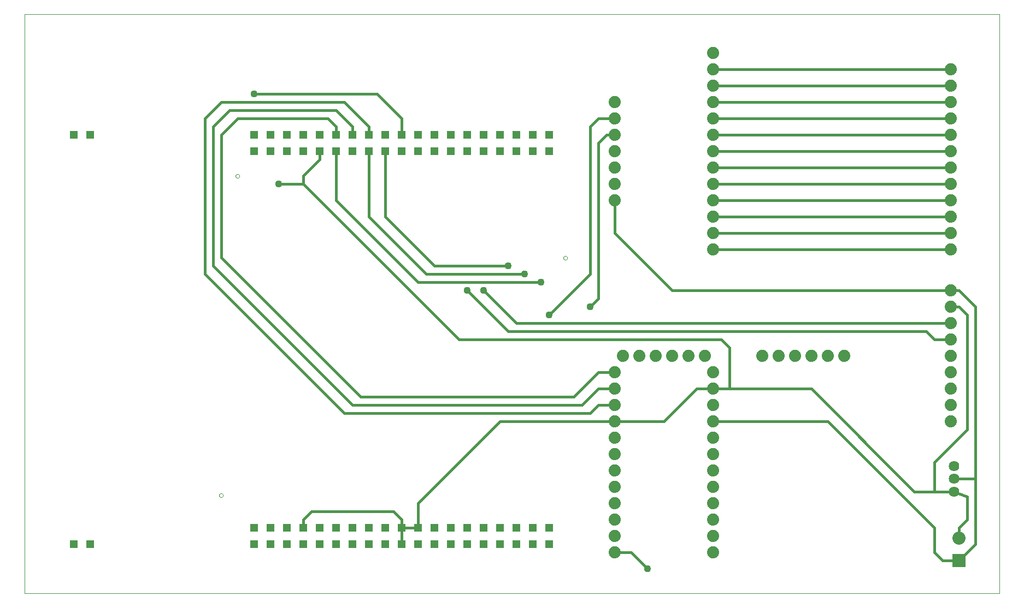
<source format=gtl>
G75*
G70*
%OFA0B0*%
%FSLAX24Y24*%
%IPPOS*%
%LPD*%
%AMOC8*
5,1,8,0,0,1.08239X$1,22.5*
%
%ADD10C,0.0000*%
%ADD11R,0.0515X0.0515*%
%ADD12C,0.0740*%
%ADD13C,0.0640*%
%ADD14R,0.0800X0.0800*%
%ADD15C,0.0800*%
%ADD16C,0.0160*%
%ADD17C,0.0436*%
D10*
X000100Y000100D02*
X000100Y035470D01*
X059592Y035470D01*
X059592Y000100D01*
X000100Y000100D01*
X011982Y006100D02*
X011984Y006121D01*
X011990Y006141D01*
X011999Y006161D01*
X012011Y006178D01*
X012026Y006192D01*
X012044Y006204D01*
X012064Y006212D01*
X012084Y006217D01*
X012105Y006218D01*
X012126Y006215D01*
X012146Y006209D01*
X012165Y006198D01*
X012182Y006185D01*
X012195Y006169D01*
X012206Y006151D01*
X012214Y006131D01*
X012218Y006111D01*
X012218Y006089D01*
X012214Y006069D01*
X012206Y006049D01*
X012195Y006031D01*
X012182Y006015D01*
X012165Y006002D01*
X012146Y005991D01*
X012126Y005985D01*
X012105Y005982D01*
X012084Y005983D01*
X012064Y005988D01*
X012044Y005996D01*
X012026Y006008D01*
X012011Y006022D01*
X011999Y006039D01*
X011990Y006059D01*
X011984Y006079D01*
X011982Y006100D01*
X032982Y020600D02*
X032984Y020621D01*
X032990Y020641D01*
X032999Y020661D01*
X033011Y020678D01*
X033026Y020692D01*
X033044Y020704D01*
X033064Y020712D01*
X033084Y020717D01*
X033105Y020718D01*
X033126Y020715D01*
X033146Y020709D01*
X033165Y020698D01*
X033182Y020685D01*
X033195Y020669D01*
X033206Y020651D01*
X033214Y020631D01*
X033218Y020611D01*
X033218Y020589D01*
X033214Y020569D01*
X033206Y020549D01*
X033195Y020531D01*
X033182Y020515D01*
X033165Y020502D01*
X033146Y020491D01*
X033126Y020485D01*
X033105Y020482D01*
X033084Y020483D01*
X033064Y020488D01*
X033044Y020496D01*
X033026Y020508D01*
X033011Y020522D01*
X032999Y020539D01*
X032990Y020559D01*
X032984Y020579D01*
X032982Y020600D01*
X012982Y025600D02*
X012984Y025621D01*
X012990Y025641D01*
X012999Y025661D01*
X013011Y025678D01*
X013026Y025692D01*
X013044Y025704D01*
X013064Y025712D01*
X013084Y025717D01*
X013105Y025718D01*
X013126Y025715D01*
X013146Y025709D01*
X013165Y025698D01*
X013182Y025685D01*
X013195Y025669D01*
X013206Y025651D01*
X013214Y025631D01*
X013218Y025611D01*
X013218Y025589D01*
X013214Y025569D01*
X013206Y025549D01*
X013195Y025531D01*
X013182Y025515D01*
X013165Y025502D01*
X013146Y025491D01*
X013126Y025485D01*
X013105Y025482D01*
X013084Y025483D01*
X013064Y025488D01*
X013044Y025496D01*
X013026Y025508D01*
X013011Y025522D01*
X012999Y025539D01*
X012990Y025559D01*
X012984Y025579D01*
X012982Y025600D01*
D11*
X014100Y027100D03*
X014100Y028100D03*
X015100Y028100D03*
X016100Y028100D03*
X016100Y027100D03*
X015100Y027100D03*
X017100Y027100D03*
X017100Y028100D03*
X018100Y028100D03*
X019100Y028100D03*
X019100Y027100D03*
X018100Y027100D03*
X020100Y027100D03*
X020100Y028100D03*
X021100Y028100D03*
X021100Y027100D03*
X022100Y027100D03*
X023100Y027100D03*
X023100Y028100D03*
X022100Y028100D03*
X024100Y028100D03*
X024100Y027100D03*
X025100Y027100D03*
X026100Y027100D03*
X026100Y028100D03*
X025100Y028100D03*
X027100Y028100D03*
X027100Y027100D03*
X028100Y027100D03*
X029100Y027100D03*
X029100Y028100D03*
X028100Y028100D03*
X030100Y028100D03*
X030100Y027100D03*
X031100Y027100D03*
X032100Y027100D03*
X032100Y028100D03*
X031100Y028100D03*
X004100Y028100D03*
X003100Y028100D03*
X014100Y004100D03*
X015100Y004100D03*
X016100Y004100D03*
X017100Y004100D03*
X018100Y004100D03*
X019100Y004100D03*
X020100Y004100D03*
X021100Y004100D03*
X022100Y004100D03*
X023100Y004100D03*
X024100Y004100D03*
X025100Y004100D03*
X026100Y004100D03*
X027100Y004100D03*
X028100Y004100D03*
X029100Y004100D03*
X030100Y004100D03*
X031100Y004100D03*
X032100Y004100D03*
X032100Y003100D03*
X031100Y003100D03*
X030100Y003100D03*
X029100Y003100D03*
X028100Y003100D03*
X027100Y003100D03*
X026100Y003100D03*
X025100Y003100D03*
X024100Y003100D03*
X023100Y003100D03*
X022100Y003100D03*
X021100Y003100D03*
X020100Y003100D03*
X019100Y003100D03*
X018100Y003100D03*
X017100Y003100D03*
X016100Y003100D03*
X015100Y003100D03*
X014100Y003100D03*
X004100Y003100D03*
X003100Y003100D03*
D12*
X036100Y002600D03*
X036100Y003600D03*
X036100Y004600D03*
X036100Y005600D03*
X036100Y006600D03*
X036100Y007600D03*
X036100Y008600D03*
X036100Y009600D03*
X036100Y010600D03*
X036100Y011600D03*
X036100Y012600D03*
X036100Y013600D03*
X036600Y014600D03*
X037600Y014600D03*
X038600Y014600D03*
X039600Y014600D03*
X040600Y014600D03*
X041600Y014600D03*
X042100Y013600D03*
X042100Y012600D03*
X042100Y011600D03*
X042100Y010600D03*
X042100Y009600D03*
X042100Y008600D03*
X042100Y007600D03*
X042100Y006600D03*
X042100Y005600D03*
X042100Y004600D03*
X042100Y003600D03*
X042100Y002600D03*
X056600Y010600D03*
X056600Y011600D03*
X056600Y012600D03*
X056600Y013600D03*
X056600Y014600D03*
X056600Y015600D03*
X056600Y016600D03*
X056600Y017600D03*
X056600Y018600D03*
X056600Y021100D03*
X056600Y022100D03*
X056600Y023100D03*
X056600Y024100D03*
X056600Y025100D03*
X056600Y026100D03*
X056600Y027100D03*
X056600Y028100D03*
X056600Y029100D03*
X056600Y030100D03*
X056600Y031100D03*
X056600Y032100D03*
X042100Y032100D03*
X042100Y031100D03*
X042100Y030100D03*
X042100Y029100D03*
X042100Y028100D03*
X042100Y027100D03*
X042100Y026100D03*
X042100Y025100D03*
X042100Y024100D03*
X042100Y023100D03*
X042100Y022100D03*
X042100Y021100D03*
X036100Y024100D03*
X036100Y025100D03*
X036100Y026100D03*
X036100Y027100D03*
X036100Y028100D03*
X036100Y029100D03*
X036100Y030100D03*
X042100Y033100D03*
X045100Y014600D03*
X046100Y014600D03*
X047100Y014600D03*
X048100Y014600D03*
X049100Y014600D03*
X050100Y014600D03*
D13*
X056817Y007887D03*
X056817Y007100D03*
X056817Y006313D03*
D14*
X057100Y002100D03*
D15*
X057100Y003478D03*
D16*
X057100Y004100D01*
X057600Y004600D01*
X057600Y006029D01*
X056817Y006313D01*
X055600Y006313D01*
X055600Y008100D01*
X057600Y010100D01*
X057600Y017100D01*
X057100Y017600D01*
X056600Y017600D01*
X056600Y016600D02*
X030100Y016600D01*
X028100Y018600D01*
X027100Y018600D02*
X029600Y016100D01*
X055100Y016100D01*
X055600Y015600D01*
X056600Y015600D01*
X058100Y017600D02*
X058100Y007100D01*
X056817Y007100D01*
X058100Y007100D02*
X058100Y003100D01*
X057100Y002100D01*
X056100Y002100D01*
X055600Y002600D01*
X055600Y004100D01*
X049100Y010600D01*
X042100Y010600D01*
X041100Y012600D02*
X039100Y010600D01*
X036100Y010600D01*
X029100Y010600D01*
X024100Y005600D01*
X024100Y004100D01*
X023100Y004100D01*
X023100Y004600D01*
X022600Y005100D01*
X017600Y005100D01*
X017100Y004600D01*
X017100Y004100D01*
X023100Y004100D02*
X023100Y003100D01*
X036100Y002600D02*
X037100Y002600D01*
X038100Y001600D01*
X034600Y011100D02*
X019600Y011100D01*
X011100Y019600D01*
X011100Y029100D01*
X012100Y030100D01*
X019600Y030100D01*
X021100Y028600D01*
X021100Y028100D01*
X020100Y028100D02*
X020100Y028600D01*
X019100Y029600D01*
X012600Y029600D01*
X011600Y028600D01*
X011600Y020100D01*
X020100Y011600D01*
X034100Y011600D01*
X035100Y012600D01*
X036100Y012600D01*
X036100Y011600D02*
X035100Y011600D01*
X034600Y011100D01*
X033600Y012100D02*
X020600Y012100D01*
X012100Y020600D01*
X012100Y028100D01*
X013100Y029100D01*
X018600Y029100D01*
X019100Y028600D01*
X019100Y028100D01*
X019100Y027100D02*
X019100Y024100D01*
X024100Y019100D01*
X031600Y019100D01*
X030600Y019600D02*
X024600Y019600D01*
X021100Y023100D01*
X021100Y027100D01*
X022100Y027100D02*
X022100Y023100D01*
X025100Y020100D01*
X029600Y020100D01*
X032100Y017100D02*
X034600Y019600D01*
X034600Y028600D01*
X035100Y029100D01*
X036100Y029100D01*
X036100Y028100D02*
X035600Y028100D01*
X035100Y027600D01*
X035100Y018100D01*
X034600Y017600D01*
X036100Y022100D02*
X039600Y018600D01*
X056600Y018600D01*
X057100Y018600D01*
X058100Y017600D01*
X056600Y021100D02*
X042100Y021100D01*
X042100Y022100D02*
X056600Y022100D01*
X056600Y023100D02*
X042100Y023100D01*
X042100Y024100D02*
X056600Y024100D01*
X056600Y025100D02*
X042100Y025100D01*
X042100Y026100D02*
X056600Y026100D01*
X056600Y027100D02*
X042100Y027100D01*
X042100Y028100D02*
X056600Y028100D01*
X056600Y029100D02*
X042100Y029100D01*
X042100Y030100D02*
X056600Y030100D01*
X056600Y031100D02*
X042100Y031100D01*
X042100Y032100D02*
X056600Y032100D01*
X036100Y024100D02*
X036100Y022100D01*
X042600Y015600D02*
X026600Y015600D01*
X017100Y025100D01*
X017100Y025600D01*
X018100Y026600D01*
X018100Y027100D01*
X017100Y025100D02*
X015600Y025100D01*
X023100Y028100D02*
X023100Y029100D01*
X021600Y030600D01*
X014100Y030600D01*
X033600Y012100D02*
X035100Y013600D01*
X036100Y013600D01*
X041100Y012600D02*
X042100Y012600D01*
X043100Y012600D01*
X043100Y015100D01*
X042600Y015600D01*
X043100Y012600D02*
X048100Y012600D01*
X054387Y006313D01*
X055600Y006313D01*
D17*
X038100Y001600D03*
X032100Y017100D03*
X034600Y017600D03*
X031600Y019100D03*
X030600Y019600D03*
X029600Y020100D03*
X028100Y018600D03*
X027100Y018600D03*
X015600Y025100D03*
X014100Y030600D03*
M02*

</source>
